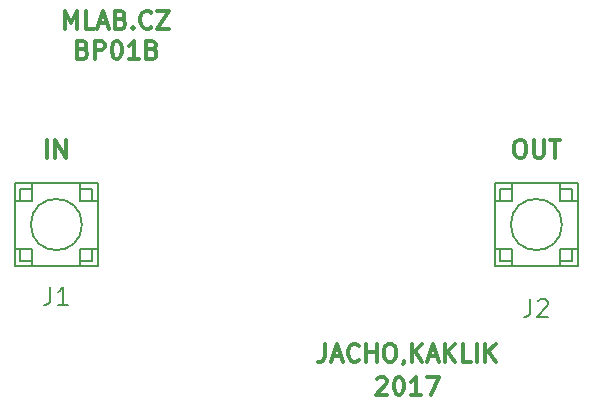
<source format=gbr>
G04 #@! TF.FileFunction,Legend,Top*
%FSLAX46Y46*%
G04 Gerber Fmt 4.6, Leading zero omitted, Abs format (unit mm)*
G04 Created by KiCad (PCBNEW (2016-09-17 revision 679eef1)-makepkg) date 01/03/17 07:05:52*
%MOMM*%
%LPD*%
G01*
G04 APERTURE LIST*
%ADD10C,0.150000*%
%ADD11C,0.300000*%
G04 APERTURE END LIST*
D10*
D11*
X49300000Y27491428D02*
X49585714Y27491428D01*
X49728571Y27420000D01*
X49871428Y27277142D01*
X49942857Y26991428D01*
X49942857Y26491428D01*
X49871428Y26205714D01*
X49728571Y26062857D01*
X49585714Y25991428D01*
X49300000Y25991428D01*
X49157142Y26062857D01*
X49014285Y26205714D01*
X48942857Y26491428D01*
X48942857Y26991428D01*
X49014285Y27277142D01*
X49157142Y27420000D01*
X49300000Y27491428D01*
X50585714Y27491428D02*
X50585714Y26277142D01*
X50657142Y26134285D01*
X50728571Y26062857D01*
X50871428Y25991428D01*
X51157142Y25991428D01*
X51300000Y26062857D01*
X51371428Y26134285D01*
X51442857Y26277142D01*
X51442857Y27491428D01*
X51942857Y27491428D02*
X52800000Y27491428D01*
X52371428Y25991428D02*
X52371428Y27491428D01*
X9374285Y25991428D02*
X9374285Y27491428D01*
X10088571Y25991428D02*
X10088571Y27491428D01*
X10945714Y25991428D01*
X10945714Y27491428D01*
X37306571Y7282571D02*
X37378000Y7354000D01*
X37520857Y7425428D01*
X37878000Y7425428D01*
X38020857Y7354000D01*
X38092285Y7282571D01*
X38163714Y7139714D01*
X38163714Y6996857D01*
X38092285Y6782571D01*
X37235142Y5925428D01*
X38163714Y5925428D01*
X39092285Y7425428D02*
X39235142Y7425428D01*
X39378000Y7354000D01*
X39449428Y7282571D01*
X39520857Y7139714D01*
X39592285Y6854000D01*
X39592285Y6496857D01*
X39520857Y6211142D01*
X39449428Y6068285D01*
X39378000Y5996857D01*
X39235142Y5925428D01*
X39092285Y5925428D01*
X38949428Y5996857D01*
X38878000Y6068285D01*
X38806571Y6211142D01*
X38735142Y6496857D01*
X38735142Y6854000D01*
X38806571Y7139714D01*
X38878000Y7282571D01*
X38949428Y7354000D01*
X39092285Y7425428D01*
X41020857Y5925428D02*
X40163714Y5925428D01*
X40592285Y5925428D02*
X40592285Y7425428D01*
X40449428Y7211142D01*
X40306571Y7068285D01*
X40163714Y6996857D01*
X41520857Y7425428D02*
X42520857Y7425428D01*
X41878000Y5925428D01*
X32913714Y10219428D02*
X32913714Y9148000D01*
X32842285Y8933714D01*
X32699428Y8790857D01*
X32485142Y8719428D01*
X32342285Y8719428D01*
X33556571Y9148000D02*
X34270857Y9148000D01*
X33413714Y8719428D02*
X33913714Y10219428D01*
X34413714Y8719428D01*
X35770857Y8862285D02*
X35699428Y8790857D01*
X35485142Y8719428D01*
X35342285Y8719428D01*
X35128000Y8790857D01*
X34985142Y8933714D01*
X34913714Y9076571D01*
X34842285Y9362285D01*
X34842285Y9576571D01*
X34913714Y9862285D01*
X34985142Y10005142D01*
X35128000Y10148000D01*
X35342285Y10219428D01*
X35485142Y10219428D01*
X35699428Y10148000D01*
X35770857Y10076571D01*
X36413714Y8719428D02*
X36413714Y10219428D01*
X36413714Y9505142D02*
X37270857Y9505142D01*
X37270857Y8719428D02*
X37270857Y10219428D01*
X38270857Y10219428D02*
X38556571Y10219428D01*
X38699428Y10148000D01*
X38842285Y10005142D01*
X38913714Y9719428D01*
X38913714Y9219428D01*
X38842285Y8933714D01*
X38699428Y8790857D01*
X38556571Y8719428D01*
X38270857Y8719428D01*
X38128000Y8790857D01*
X37985142Y8933714D01*
X37913714Y9219428D01*
X37913714Y9719428D01*
X37985142Y10005142D01*
X38128000Y10148000D01*
X38270857Y10219428D01*
X39628000Y8790857D02*
X39628000Y8719428D01*
X39556571Y8576571D01*
X39485142Y8505142D01*
X40270857Y8719428D02*
X40270857Y10219428D01*
X41128000Y8719428D02*
X40485142Y9576571D01*
X41128000Y10219428D02*
X40270857Y9362285D01*
X41699428Y9148000D02*
X42413714Y9148000D01*
X41556571Y8719428D02*
X42056571Y10219428D01*
X42556571Y8719428D01*
X43056571Y8719428D02*
X43056571Y10219428D01*
X43913714Y8719428D02*
X43270857Y9576571D01*
X43913714Y10219428D02*
X43056571Y9362285D01*
X45270857Y8719428D02*
X44556571Y8719428D01*
X44556571Y10219428D01*
X45770857Y8719428D02*
X45770857Y10219428D01*
X46485142Y8719428D02*
X46485142Y10219428D01*
X47342285Y8719428D02*
X46699428Y9576571D01*
X47342285Y10219428D02*
X46485142Y9362285D01*
X12418571Y35159142D02*
X12632857Y35087714D01*
X12704285Y35016285D01*
X12775714Y34873428D01*
X12775714Y34659142D01*
X12704285Y34516285D01*
X12632857Y34444857D01*
X12490000Y34373428D01*
X11918571Y34373428D01*
X11918571Y35873428D01*
X12418571Y35873428D01*
X12561428Y35802000D01*
X12632857Y35730571D01*
X12704285Y35587714D01*
X12704285Y35444857D01*
X12632857Y35302000D01*
X12561428Y35230571D01*
X12418571Y35159142D01*
X11918571Y35159142D01*
X13418571Y34373428D02*
X13418571Y35873428D01*
X13990000Y35873428D01*
X14132857Y35802000D01*
X14204285Y35730571D01*
X14275714Y35587714D01*
X14275714Y35373428D01*
X14204285Y35230571D01*
X14132857Y35159142D01*
X13990000Y35087714D01*
X13418571Y35087714D01*
X15204285Y35873428D02*
X15347142Y35873428D01*
X15490000Y35802000D01*
X15561428Y35730571D01*
X15632857Y35587714D01*
X15704285Y35302000D01*
X15704285Y34944857D01*
X15632857Y34659142D01*
X15561428Y34516285D01*
X15490000Y34444857D01*
X15347142Y34373428D01*
X15204285Y34373428D01*
X15061428Y34444857D01*
X14990000Y34516285D01*
X14918571Y34659142D01*
X14847142Y34944857D01*
X14847142Y35302000D01*
X14918571Y35587714D01*
X14990000Y35730571D01*
X15061428Y35802000D01*
X15204285Y35873428D01*
X17132857Y34373428D02*
X16275714Y34373428D01*
X16704285Y34373428D02*
X16704285Y35873428D01*
X16561428Y35659142D01*
X16418571Y35516285D01*
X16275714Y35444857D01*
X18275714Y35159142D02*
X18490000Y35087714D01*
X18561428Y35016285D01*
X18632857Y34873428D01*
X18632857Y34659142D01*
X18561428Y34516285D01*
X18490000Y34444857D01*
X18347142Y34373428D01*
X17775714Y34373428D01*
X17775714Y35873428D01*
X18275714Y35873428D01*
X18418571Y35802000D01*
X18490000Y35730571D01*
X18561428Y35587714D01*
X18561428Y35444857D01*
X18490000Y35302000D01*
X18418571Y35230571D01*
X18275714Y35159142D01*
X17775714Y35159142D01*
X10918571Y36913428D02*
X10918571Y38413428D01*
X11418571Y37342000D01*
X11918571Y38413428D01*
X11918571Y36913428D01*
X13347142Y36913428D02*
X12632857Y36913428D01*
X12632857Y38413428D01*
X13775714Y37342000D02*
X14490000Y37342000D01*
X13632857Y36913428D02*
X14132857Y38413428D01*
X14632857Y36913428D01*
X15632857Y37699142D02*
X15847142Y37627714D01*
X15918571Y37556285D01*
X15989999Y37413428D01*
X15989999Y37199142D01*
X15918571Y37056285D01*
X15847142Y36984857D01*
X15704285Y36913428D01*
X15132857Y36913428D01*
X15132857Y38413428D01*
X15632857Y38413428D01*
X15775714Y38342000D01*
X15847142Y38270571D01*
X15918571Y38127714D01*
X15918571Y37984857D01*
X15847142Y37842000D01*
X15775714Y37770571D01*
X15632857Y37699142D01*
X15132857Y37699142D01*
X16632857Y37056285D02*
X16704285Y36984857D01*
X16632857Y36913428D01*
X16561428Y36984857D01*
X16632857Y37056285D01*
X16632857Y36913428D01*
X18204285Y37056285D02*
X18132857Y36984857D01*
X17918571Y36913428D01*
X17775714Y36913428D01*
X17561428Y36984857D01*
X17418571Y37127714D01*
X17347142Y37270571D01*
X17275714Y37556285D01*
X17275714Y37770571D01*
X17347142Y38056285D01*
X17418571Y38199142D01*
X17561428Y38342000D01*
X17775714Y38413428D01*
X17918571Y38413428D01*
X18132857Y38342000D01*
X18204285Y38270571D01*
X18704285Y38413428D02*
X19704285Y38413428D01*
X18704285Y36913428D01*
X19704285Y36913428D01*
D10*
X6660000Y23820000D02*
X6660000Y16820000D01*
X13660000Y23820000D02*
X6660000Y23820000D01*
X13660000Y16820000D02*
X13660000Y23820000D01*
X6660000Y16820000D02*
X13660000Y16820000D01*
X8130000Y22350000D02*
X6660000Y22350000D01*
X8130000Y23820000D02*
X8130000Y22350000D01*
X12190000Y22350000D02*
X13660000Y22350000D01*
X12190000Y23820000D02*
X12190000Y22350000D01*
X6660000Y18290000D02*
X8130000Y18290000D01*
X8130000Y18290000D02*
X8130000Y16820000D01*
X12190000Y18290000D02*
X13660000Y18290000D01*
X12190000Y16820000D02*
X12190000Y18290000D01*
X13210000Y23370000D02*
X12190000Y23370000D01*
X13210000Y23370000D02*
X13210000Y22350000D01*
X7110000Y23370000D02*
X7110000Y22350000D01*
X8130000Y23370000D02*
X7110000Y23370000D01*
X7110000Y17270000D02*
X7110000Y18290000D01*
X8130000Y17270000D02*
X7110000Y17270000D01*
X13210000Y17270000D02*
X13210000Y18290000D01*
X12190000Y17270000D02*
X13210000Y17270000D01*
X12322799Y20320000D02*
G75*
G03X12322799Y20320000I-2162799J0D01*
G01*
X52962799Y20320000D02*
G75*
G03X52962799Y20320000I-2162799J0D01*
G01*
X52830000Y17270000D02*
X53850000Y17270000D01*
X53850000Y17270000D02*
X53850000Y18290000D01*
X48770000Y17270000D02*
X47750000Y17270000D01*
X47750000Y17270000D02*
X47750000Y18290000D01*
X48770000Y23370000D02*
X47750000Y23370000D01*
X47750000Y23370000D02*
X47750000Y22350000D01*
X53850000Y23370000D02*
X53850000Y22350000D01*
X53850000Y23370000D02*
X52830000Y23370000D01*
X52830000Y16820000D02*
X52830000Y18290000D01*
X52830000Y18290000D02*
X54300000Y18290000D01*
X48770000Y18290000D02*
X48770000Y16820000D01*
X47300000Y18290000D02*
X48770000Y18290000D01*
X52830000Y23820000D02*
X52830000Y22350000D01*
X52830000Y22350000D02*
X54300000Y22350000D01*
X48770000Y23820000D02*
X48770000Y22350000D01*
X48770000Y22350000D02*
X47300000Y22350000D01*
X47300000Y16820000D02*
X54300000Y16820000D01*
X54300000Y16820000D02*
X54300000Y23820000D01*
X54300000Y23820000D02*
X47300000Y23820000D01*
X47300000Y23820000D02*
X47300000Y16820000D01*
X9660000Y15045428D02*
X9660000Y13974000D01*
X9588571Y13759714D01*
X9445714Y13616857D01*
X9231428Y13545428D01*
X9088571Y13545428D01*
X11160000Y13545428D02*
X10302857Y13545428D01*
X10731428Y13545428D02*
X10731428Y15045428D01*
X10588571Y14831142D01*
X10445714Y14688285D01*
X10302857Y14616857D01*
X50300000Y14029428D02*
X50300000Y12958000D01*
X50228571Y12743714D01*
X50085714Y12600857D01*
X49871428Y12529428D01*
X49728571Y12529428D01*
X50942857Y13886571D02*
X51014285Y13958000D01*
X51157142Y14029428D01*
X51514285Y14029428D01*
X51657142Y13958000D01*
X51728571Y13886571D01*
X51800000Y13743714D01*
X51800000Y13600857D01*
X51728571Y13386571D01*
X50871428Y12529428D01*
X51800000Y12529428D01*
M02*

</source>
